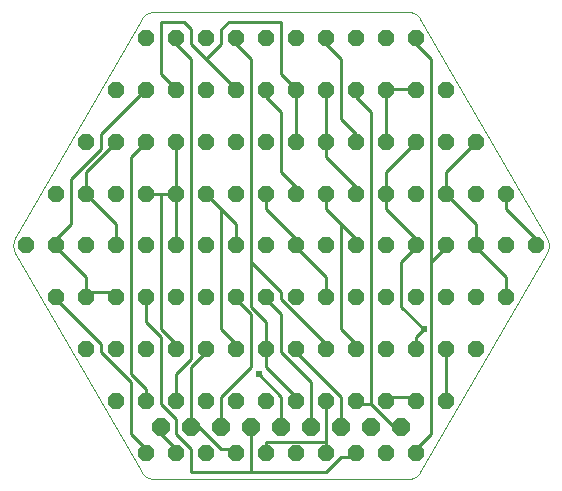
<source format=gtl>
G75*
G70*
%OFA0B0*%
%FSLAX24Y24*%
%IPPOS*%
%LPD*%
%AMOC8*
5,1,8,0,0,1.08239X$1,22.5*
%
%ADD10C,0.0000*%
%ADD11OC8,0.0520*%
%ADD12OC8,0.0600*%
%ADD13C,0.0100*%
%ADD14C,0.0240*%
D10*
X004378Y000350D02*
X000167Y007644D01*
X000147Y007683D01*
X000130Y007723D01*
X000117Y007765D01*
X000108Y007807D01*
X000102Y007850D01*
X000100Y007894D01*
X000102Y007938D01*
X000108Y007981D01*
X000117Y008023D01*
X000130Y008065D01*
X000147Y008105D01*
X000167Y008144D01*
X004378Y015438D01*
X004401Y015475D01*
X004428Y015509D01*
X004457Y015542D01*
X004490Y015571D01*
X004524Y015598D01*
X004561Y015621D01*
X004600Y015641D01*
X004640Y015658D01*
X004682Y015671D01*
X004724Y015680D01*
X004767Y015686D01*
X004811Y015688D01*
X013234Y015688D01*
X013667Y015438D02*
X017878Y008144D01*
X017898Y008105D01*
X017915Y008065D01*
X017928Y008023D01*
X017937Y007981D01*
X017943Y007938D01*
X017945Y007894D01*
X017943Y007850D01*
X017937Y007807D01*
X017928Y007765D01*
X017915Y007723D01*
X017898Y007683D01*
X017878Y007644D01*
X013667Y000350D01*
X013234Y000100D02*
X004811Y000100D01*
X004767Y000102D01*
X004724Y000108D01*
X004682Y000117D01*
X004640Y000130D01*
X004600Y000147D01*
X004561Y000167D01*
X004524Y000190D01*
X004490Y000217D01*
X004457Y000246D01*
X004428Y000279D01*
X004401Y000313D01*
X004378Y000350D01*
X013234Y000100D02*
X013278Y000102D01*
X013321Y000108D01*
X013363Y000117D01*
X013405Y000130D01*
X013445Y000147D01*
X013484Y000167D01*
X013521Y000190D01*
X013555Y000217D01*
X013588Y000246D01*
X013617Y000279D01*
X013644Y000313D01*
X013667Y000350D01*
X013667Y015438D02*
X013644Y015475D01*
X013617Y015509D01*
X013588Y015542D01*
X013555Y015571D01*
X013521Y015598D01*
X013484Y015621D01*
X013445Y015641D01*
X013405Y015658D01*
X013363Y015671D01*
X013321Y015680D01*
X013278Y015686D01*
X013234Y015688D01*
D11*
X003523Y002698D03*
X004523Y002698D03*
X005523Y002698D03*
X006523Y002698D03*
X007523Y002698D03*
X008523Y002698D03*
X009523Y002698D03*
X010523Y002698D03*
X011523Y002698D03*
X012523Y002698D03*
X013523Y002698D03*
X014523Y002698D03*
X014523Y004430D03*
X015523Y004430D03*
X015523Y006162D03*
X016523Y006162D03*
X014523Y006162D03*
X013523Y006162D03*
X012523Y006162D03*
X011523Y006162D03*
X010523Y006162D03*
X009523Y006162D03*
X008523Y006162D03*
X007523Y006162D03*
X006523Y006162D03*
X005523Y006162D03*
X004523Y006162D03*
X003523Y006162D03*
X002523Y006162D03*
X001523Y006162D03*
X001523Y007894D03*
X002523Y007894D03*
X003523Y007894D03*
X004523Y007894D03*
X005523Y007894D03*
X006523Y007894D03*
X007523Y007894D03*
X008523Y007894D03*
X009523Y007894D03*
X010523Y007894D03*
X011523Y007894D03*
X012523Y007894D03*
X013523Y007894D03*
X014523Y007894D03*
X015523Y007894D03*
X016523Y007894D03*
X017523Y007894D03*
X016523Y009626D03*
X015523Y009626D03*
X014523Y009626D03*
X013523Y009626D03*
X012523Y009626D03*
X011523Y009626D03*
X010523Y009626D03*
X009523Y009626D03*
X008523Y009626D03*
X007523Y009626D03*
X006523Y009626D03*
X005523Y009626D03*
X004523Y009626D03*
X003523Y009626D03*
X002523Y009626D03*
X001523Y009626D03*
X000523Y007894D03*
X002523Y004430D03*
X003523Y004430D03*
X004523Y004430D03*
X005523Y004430D03*
X006523Y004430D03*
X007523Y004430D03*
X008523Y004430D03*
X009523Y004430D03*
X010523Y004430D03*
X011523Y004430D03*
X012523Y004430D03*
X013523Y004430D03*
X013523Y000966D03*
X012523Y000966D03*
X011523Y000966D03*
X010523Y000966D03*
X009523Y000966D03*
X008523Y000966D03*
X007523Y000966D03*
X006523Y000966D03*
X005523Y000966D03*
X004523Y000966D03*
X004523Y011358D03*
X005523Y011358D03*
X006523Y011358D03*
X007523Y011358D03*
X008523Y011358D03*
X009523Y011358D03*
X010523Y011358D03*
X011523Y011358D03*
X012523Y011358D03*
X013523Y011358D03*
X014523Y011358D03*
X015523Y011358D03*
X014523Y013090D03*
X013523Y013090D03*
X012523Y013090D03*
X011523Y013090D03*
X010523Y013090D03*
X009523Y013090D03*
X008523Y013090D03*
X007523Y013090D03*
X006523Y013090D03*
X005523Y013090D03*
X004523Y013090D03*
X003523Y013090D03*
X003523Y011358D03*
X002523Y011358D03*
X004523Y014822D03*
X005523Y014822D03*
X006523Y014822D03*
X007523Y014822D03*
X008523Y014822D03*
X009523Y014822D03*
X010523Y014822D03*
X011523Y014822D03*
X012523Y014822D03*
X013523Y014822D03*
D12*
X013023Y001850D03*
X012023Y001850D03*
X011023Y001850D03*
X010023Y001850D03*
X009023Y001850D03*
X008023Y001850D03*
X007023Y001850D03*
X006023Y001850D03*
X005023Y001850D03*
D13*
X005023Y001600D01*
X005523Y001100D01*
X005523Y000966D01*
X006023Y001100D02*
X005523Y001600D01*
X005523Y002100D01*
X005023Y002600D01*
X005023Y004850D01*
X004523Y005350D01*
X004523Y006162D01*
X003523Y006162D02*
X003523Y006350D01*
X002523Y006350D01*
X002523Y006162D01*
X002523Y006350D02*
X002523Y006850D01*
X001523Y007850D01*
X001523Y007894D01*
X001523Y008100D01*
X002023Y008600D01*
X002023Y010100D01*
X003023Y011100D01*
X003023Y011600D01*
X004523Y013100D01*
X004523Y013090D01*
X005023Y013600D02*
X005523Y013100D01*
X005523Y013090D01*
X005023Y013600D02*
X005023Y015350D01*
X005773Y015350D01*
X006023Y015100D01*
X006023Y014600D01*
X006523Y014100D01*
X007023Y014600D01*
X007023Y015100D01*
X007273Y015350D01*
X009023Y015350D01*
X009023Y013600D01*
X009523Y013100D01*
X009523Y013090D01*
X009523Y011358D01*
X010523Y011358D02*
X010523Y010850D01*
X011523Y009850D01*
X011523Y009626D01*
X012523Y009626D02*
X012523Y010350D01*
X013523Y011350D01*
X013523Y011358D01*
X012523Y011358D02*
X012523Y013090D01*
X012523Y013100D01*
X013523Y013100D01*
X013523Y013090D01*
X014023Y014100D02*
X014023Y007350D01*
X014523Y007850D01*
X014523Y007894D01*
X014023Y007350D02*
X014023Y001600D01*
X013523Y001100D01*
X013523Y000966D01*
X013023Y001850D02*
X012773Y001850D01*
X012023Y002600D01*
X012023Y012350D01*
X011523Y012850D01*
X011523Y013090D01*
X010523Y013090D02*
X010523Y011358D01*
X011023Y012100D02*
X011023Y014100D01*
X010523Y014600D01*
X010523Y014822D01*
X008523Y013090D02*
X008523Y012850D01*
X009023Y012350D01*
X009023Y010350D01*
X009523Y009850D01*
X009523Y009626D01*
X010523Y009626D02*
X010523Y009100D01*
X011023Y008600D01*
X011023Y005100D01*
X011523Y004600D01*
X011523Y004430D01*
X010523Y004430D02*
X010523Y004600D01*
X009023Y006100D01*
X009023Y006350D01*
X008023Y007350D01*
X008023Y014100D01*
X007523Y014600D01*
X007523Y014822D01*
X006523Y014100D02*
X007523Y013100D01*
X007523Y013090D01*
X006023Y014100D02*
X006023Y004100D01*
X005523Y003600D01*
X005523Y002698D01*
X006023Y002100D02*
X006023Y001850D01*
X006023Y002100D02*
X007023Y001100D01*
X007523Y001100D01*
X007523Y000966D01*
X008023Y000350D02*
X006023Y000350D01*
X006023Y001100D01*
X007023Y001850D02*
X007023Y002850D01*
X008023Y003850D01*
X008023Y005600D01*
X007523Y006100D01*
X007523Y006162D01*
X008023Y005850D02*
X008523Y005350D01*
X008523Y004430D01*
X008523Y003850D01*
X009523Y002850D01*
X009523Y002698D01*
X009023Y002850D02*
X008273Y003600D01*
X009023Y002850D02*
X009023Y001850D01*
X008523Y001350D02*
X008523Y000966D01*
X008523Y001350D02*
X010523Y001350D01*
X010523Y000966D01*
X010523Y001350D02*
X010523Y002698D01*
X011023Y002850D02*
X009523Y004350D01*
X009523Y004430D01*
X009023Y004350D02*
X009023Y005600D01*
X008523Y006100D01*
X008523Y006162D01*
X008023Y005850D02*
X008023Y007350D01*
X007523Y007894D02*
X007523Y008600D01*
X007023Y009100D01*
X007023Y005100D01*
X007523Y004600D01*
X007523Y004430D01*
X006523Y004430D02*
X006523Y004350D01*
X006023Y003850D01*
X006023Y002100D01*
X004523Y002698D02*
X004523Y003100D01*
X004023Y003600D01*
X004023Y010850D01*
X004523Y011350D01*
X004523Y011358D01*
X005523Y011358D02*
X005523Y009626D01*
X005523Y009600D01*
X005023Y009600D01*
X005023Y005100D01*
X005523Y004600D01*
X005523Y004430D01*
X004023Y003350D02*
X003023Y004350D01*
X003023Y004600D01*
X001523Y006100D01*
X001523Y006162D01*
X003523Y007894D02*
X003523Y008600D01*
X002523Y009600D01*
X002523Y009626D01*
X002523Y010350D01*
X003523Y011350D01*
X003523Y011358D01*
X004523Y009626D02*
X004523Y009600D01*
X005023Y009600D01*
X005523Y009600D02*
X005523Y007894D01*
X007023Y009100D02*
X006523Y009600D01*
X006523Y009626D01*
X008523Y009626D02*
X008523Y009100D01*
X009523Y008100D01*
X009523Y007894D01*
X009523Y007850D01*
X010523Y006850D01*
X010523Y006162D01*
X011523Y007894D02*
X011523Y008100D01*
X011023Y008600D01*
X012523Y009100D02*
X012523Y009626D01*
X012523Y009100D02*
X013523Y008100D01*
X013523Y007894D01*
X013523Y007850D01*
X013023Y007350D01*
X013023Y005850D01*
X013773Y005100D01*
X013523Y004850D01*
X013523Y004430D01*
X014523Y004430D02*
X014523Y002698D01*
X013523Y002698D02*
X013523Y002850D01*
X012523Y002850D01*
X012523Y002698D01*
X012023Y002600D02*
X011523Y002600D01*
X011523Y002698D01*
X011023Y002850D02*
X011023Y001850D01*
X010023Y001850D02*
X010023Y003350D01*
X009023Y004350D01*
X008023Y001850D02*
X008023Y000350D01*
X010523Y000350D01*
X011023Y000850D01*
X011523Y000850D01*
X011523Y000966D01*
X016523Y006162D02*
X016523Y006850D01*
X015523Y007850D01*
X015523Y007894D01*
X015523Y008600D01*
X014523Y009600D01*
X014523Y009626D01*
X014523Y010350D01*
X015523Y011350D01*
X015523Y011358D01*
X016523Y009626D02*
X016523Y009100D01*
X017523Y008100D01*
X017523Y007894D01*
X011523Y011358D02*
X011523Y011600D01*
X011023Y012100D01*
X013523Y014600D02*
X013523Y014822D01*
X013523Y014600D02*
X014023Y014100D01*
X006023Y014100D02*
X005523Y014600D01*
X005523Y014822D01*
X004023Y003350D02*
X004023Y001600D01*
X004523Y001100D01*
X004523Y000966D01*
D14*
X008273Y003600D03*
X013773Y005100D03*
M02*

</source>
